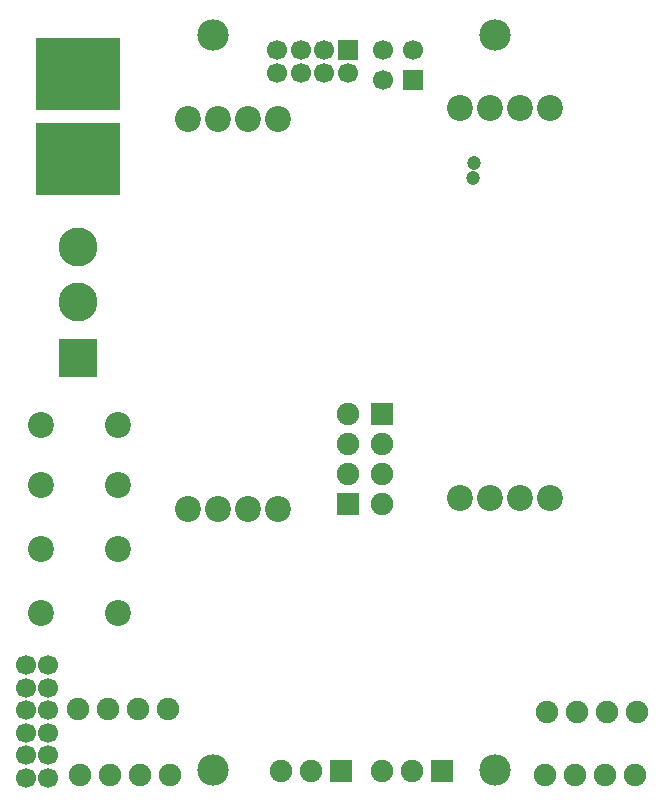
<source format=gbr>
G04 DipTrace 3.0.0.2*
G04 BottomMask.gbr*
%MOIN*%
G04 #@! TF.FileFunction,Soldermask,Bot*
G04 #@! TF.Part,Single*
%ADD35R,0.066929X0.066929*%
%ADD36C,0.066929*%
%ADD52C,0.105*%
%ADD61C,0.129921*%
%ADD63R,0.129921X0.129921*%
%ADD65C,0.047244*%
%ADD67C,0.066929*%
%ADD80C,0.074803*%
%ADD81R,0.074803X0.074803*%
%ADD82C,0.086614*%
%ADD83R,0.283465X0.244094*%
%FSLAX26Y26*%
G04*
G70*
G90*
G75*
G01*
G04 BotMask*
%LPD*%
D83*
X618701Y2518701D3*
Y2802166D3*
D82*
X1890869Y1387688D3*
X1990869D3*
X2090869D3*
X2190869D3*
Y2687688D3*
X2090869D3*
X1990869D3*
X1890869D3*
X984179Y1353561D3*
X1084179D3*
X1184179D3*
X1284179D3*
Y2653561D3*
X1184179D3*
X1084179D3*
X984179D3*
D81*
X1518701Y1368701D3*
D80*
Y1468701D3*
Y1568701D3*
Y1668701D3*
D81*
X1631201D3*
D80*
Y1568701D3*
Y1468701D3*
Y1368701D3*
D52*
X1068201Y481201D3*
X2006201D3*
X1068201Y2931201D3*
X2006201D3*
D80*
X923798Y466386D3*
X823798D3*
X723798D3*
X623798D3*
X2475631Y465458D3*
X2375631D3*
X2275631D3*
X2175631D3*
X918701Y685131D3*
X818701D3*
X718701D3*
X618701D3*
X2481201Y673708D3*
X2381201D3*
X2281201D3*
X2181201D3*
D35*
X1516973Y2882820D3*
D36*
X1438232D3*
X1359492D3*
X1280752D3*
Y2804080D3*
X1359492D3*
X1438232D3*
X1516973D3*
D67*
X443701Y456201D3*
Y531201D3*
Y606201D3*
Y681201D3*
Y756201D3*
Y831201D3*
X518701Y456201D3*
Y531201D3*
Y606201D3*
Y681201D3*
Y756201D3*
Y831201D3*
D65*
X1934958Y2456568D3*
X1936229Y2507015D3*
D81*
X1831201Y478454D3*
D80*
X1731201D3*
X1631201D3*
D81*
X1493701D3*
D80*
X1393701D3*
X1293701D3*
D82*
X493701Y1631201D3*
X749607D3*
X493701Y1431201D3*
X749607D3*
X493701Y1218701D3*
X749607D3*
X493701Y1006201D3*
X749607D3*
D63*
X618701Y1856201D3*
D61*
Y2041240D3*
Y2226280D3*
D35*
X1733347Y2782921D3*
D36*
X1633347D3*
X1733347Y2882921D3*
X1633347D3*
M02*

</source>
